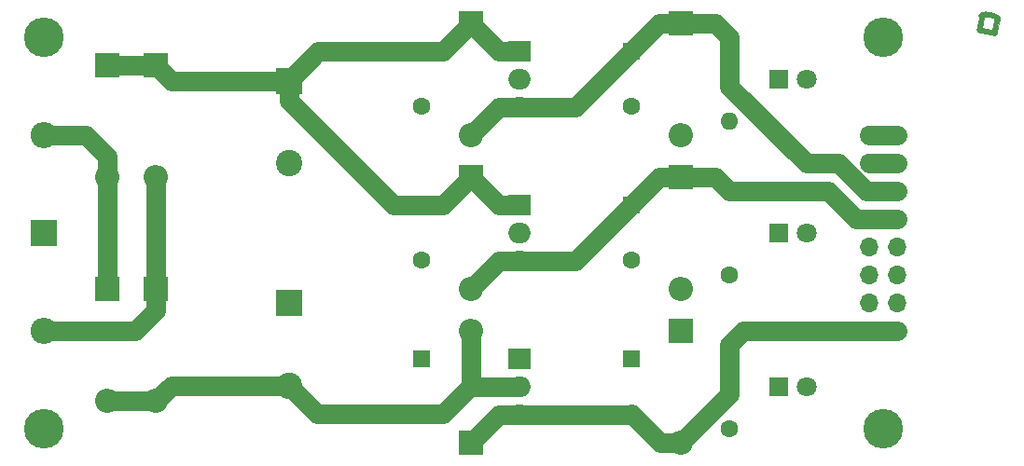
<source format=gbr>
G04 #@! TF.GenerationSoftware,KiCad,Pcbnew,5.1.7-a382d34a8~87~ubuntu16.04.1*
G04 #@! TF.CreationDate,2021-01-02T19:07:06+01:00*
G04 #@! TF.ProjectId,basic-bipolar-input-eurorack-power-supply,62617369-632d-4626-9970-6f6c61722d69,rev?*
G04 #@! TF.SameCoordinates,Original*
G04 #@! TF.FileFunction,Copper,L1,Top*
G04 #@! TF.FilePolarity,Positive*
%FSLAX46Y46*%
G04 Gerber Fmt 4.6, Leading zero omitted, Abs format (unit mm)*
G04 Created by KiCad (PCBNEW 5.1.7-a382d34a8~87~ubuntu16.04.1) date 2021-01-02 19:07:06*
%MOMM*%
%LPD*%
G01*
G04 APERTURE LIST*
G04 #@! TA.AperFunction,EtchedComponent*
%ADD10C,0.010000*%
G04 #@! TD*
G04 #@! TA.AperFunction,ComponentPad*
%ADD11O,2.400000X2.400000*%
G04 #@! TD*
G04 #@! TA.AperFunction,ComponentPad*
%ADD12O,1.700000X1.700000*%
G04 #@! TD*
G04 #@! TA.AperFunction,ComponentPad*
%ADD13R,2.400000X2.400000*%
G04 #@! TD*
G04 #@! TA.AperFunction,ComponentPad*
%ADD14C,2.400000*%
G04 #@! TD*
G04 #@! TA.AperFunction,ComponentPad*
%ADD15O,2.200000X2.200000*%
G04 #@! TD*
G04 #@! TA.AperFunction,ComponentPad*
%ADD16R,2.200000X2.200000*%
G04 #@! TD*
G04 #@! TA.AperFunction,ComponentPad*
%ADD17R,1.800000X1.800000*%
G04 #@! TD*
G04 #@! TA.AperFunction,ComponentPad*
%ADD18C,1.800000*%
G04 #@! TD*
G04 #@! TA.AperFunction,ComponentPad*
%ADD19O,1.600000X1.600000*%
G04 #@! TD*
G04 #@! TA.AperFunction,ComponentPad*
%ADD20C,1.600000*%
G04 #@! TD*
G04 #@! TA.AperFunction,ComponentPad*
%ADD21R,2.000000X1.905000*%
G04 #@! TD*
G04 #@! TA.AperFunction,ComponentPad*
%ADD22O,2.000000X1.905000*%
G04 #@! TD*
G04 #@! TA.AperFunction,ComponentPad*
%ADD23R,1.600000X1.600000*%
G04 #@! TD*
G04 #@! TA.AperFunction,ViaPad*
%ADD24C,3.600000*%
G04 #@! TD*
G04 #@! TA.AperFunction,Conductor*
%ADD25C,1.750000*%
G04 #@! TD*
G04 APERTURE END LIST*
D10*
G36*
X109713349Y-839569D02*
G01*
X109838983Y-851313D01*
X109968376Y-870482D01*
X110099949Y-896970D01*
X110232121Y-930670D01*
X110243815Y-934002D01*
X110356468Y-969404D01*
X110459327Y-1008300D01*
X110556582Y-1052297D01*
X110571138Y-1059532D01*
X110634811Y-1093416D01*
X110688532Y-1126506D01*
X110736043Y-1161416D01*
X110781085Y-1200758D01*
X110801122Y-1220182D01*
X110832793Y-1253167D01*
X110856378Y-1281662D01*
X110874984Y-1309768D01*
X110889316Y-1336642D01*
X110901147Y-1361217D01*
X110908987Y-1380283D01*
X110913658Y-1397938D01*
X110915981Y-1418281D01*
X110916775Y-1445411D01*
X110916861Y-1474226D01*
X110916609Y-1510313D01*
X110915404Y-1536246D01*
X110912569Y-1555982D01*
X110907428Y-1573476D01*
X110899306Y-1592683D01*
X110895060Y-1601752D01*
X110878673Y-1630900D01*
X110856829Y-1662771D01*
X110834704Y-1689946D01*
X110796149Y-1732138D01*
X110687969Y-2277733D01*
X110666333Y-2386479D01*
X110647157Y-2482034D01*
X110630293Y-2565077D01*
X110615595Y-2636286D01*
X110602918Y-2696339D01*
X110592114Y-2745914D01*
X110583037Y-2785690D01*
X110575540Y-2816343D01*
X110569477Y-2838553D01*
X110564702Y-2852998D01*
X110562713Y-2857597D01*
X110536758Y-2896303D01*
X110501377Y-2930466D01*
X110461256Y-2955631D01*
X110458006Y-2957112D01*
X110447596Y-2961663D01*
X110437651Y-2965573D01*
X110427339Y-2968717D01*
X110415825Y-2970971D01*
X110402274Y-2972212D01*
X110385852Y-2972316D01*
X110365724Y-2971159D01*
X110341057Y-2968618D01*
X110311016Y-2964568D01*
X110274766Y-2958886D01*
X110231474Y-2951448D01*
X110180305Y-2942130D01*
X110120424Y-2930809D01*
X110050997Y-2917360D01*
X109971190Y-2901660D01*
X109880169Y-2883585D01*
X109777098Y-2863012D01*
X109661145Y-2839816D01*
X109643333Y-2836252D01*
X109509114Y-2809306D01*
X109388657Y-2784938D01*
X109281855Y-2763125D01*
X109188601Y-2743845D01*
X109108787Y-2727074D01*
X109042307Y-2712790D01*
X108989053Y-2700970D01*
X108948917Y-2691591D01*
X108921793Y-2684631D01*
X108907573Y-2680066D01*
X108907047Y-2679831D01*
X108865827Y-2653240D01*
X108831447Y-2616403D01*
X108805789Y-2572286D01*
X108790738Y-2523853D01*
X108787536Y-2491592D01*
X108788826Y-2479586D01*
X108792694Y-2454877D01*
X108798927Y-2418595D01*
X108807315Y-2371869D01*
X108817648Y-2315828D01*
X108819344Y-2306797D01*
X109260210Y-2306797D01*
X109262624Y-2309429D01*
X109271021Y-2312963D01*
X109286208Y-2317580D01*
X109308990Y-2323458D01*
X109340175Y-2330776D01*
X109380570Y-2339716D01*
X109430980Y-2350455D01*
X109492212Y-2363174D01*
X109565074Y-2378052D01*
X109650372Y-2395269D01*
X109724472Y-2410120D01*
X109803509Y-2425920D01*
X109878463Y-2440898D01*
X109948190Y-2454825D01*
X110011544Y-2467474D01*
X110067381Y-2478614D01*
X110114556Y-2488019D01*
X110151925Y-2495460D01*
X110178343Y-2500709D01*
X110192666Y-2503537D01*
X110194955Y-2503975D01*
X110200679Y-2498914D01*
X110203403Y-2492375D01*
X110205357Y-2483540D01*
X110209827Y-2462011D01*
X110216580Y-2428936D01*
X110225387Y-2385463D01*
X110236016Y-2332739D01*
X110248236Y-2271911D01*
X110261816Y-2204128D01*
X110276525Y-2130536D01*
X110292132Y-2052284D01*
X110303074Y-1997328D01*
X110319279Y-1916321D01*
X110334913Y-1839021D01*
X110349729Y-1766600D01*
X110363478Y-1700228D01*
X110375913Y-1641078D01*
X110386786Y-1590321D01*
X110395851Y-1549127D01*
X110402858Y-1518668D01*
X110407561Y-1500115D01*
X110409278Y-1494970D01*
X110416395Y-1480118D01*
X110419442Y-1471596D01*
X110419444Y-1471522D01*
X110413310Y-1465979D01*
X110396544Y-1456319D01*
X110371602Y-1443703D01*
X110340940Y-1429291D01*
X110307014Y-1414243D01*
X110272279Y-1399720D01*
X110244418Y-1388829D01*
X110124437Y-1349187D01*
X109996038Y-1316761D01*
X109863340Y-1292293D01*
X109730463Y-1276522D01*
X109601525Y-1270187D01*
X109583404Y-1270096D01*
X109536588Y-1270257D01*
X109502076Y-1270919D01*
X109478061Y-1272498D01*
X109462736Y-1275406D01*
X109454293Y-1280061D01*
X109450926Y-1286875D01*
X109450827Y-1296264D01*
X109451252Y-1300425D01*
X109450332Y-1310974D01*
X109446852Y-1334186D01*
X109441028Y-1368887D01*
X109433075Y-1413905D01*
X109423209Y-1468066D01*
X109411644Y-1530197D01*
X109398598Y-1599125D01*
X109384284Y-1673678D01*
X109368918Y-1752682D01*
X109357702Y-1809750D01*
X109341716Y-1890789D01*
X109326522Y-1967893D01*
X109312344Y-2039926D01*
X109299404Y-2105752D01*
X109287925Y-2164235D01*
X109278131Y-2214238D01*
X109270243Y-2254627D01*
X109264485Y-2284264D01*
X109261080Y-2302013D01*
X109260210Y-2306797D01*
X108819344Y-2306797D01*
X108829713Y-2251602D01*
X108843301Y-2180322D01*
X108858201Y-2103116D01*
X108874202Y-2021115D01*
X108891092Y-1935448D01*
X108895150Y-1914994D01*
X109003186Y-1371128D01*
X108984526Y-1324484D01*
X108965718Y-1260547D01*
X108960444Y-1198106D01*
X108968140Y-1138030D01*
X108988242Y-1081189D01*
X109020186Y-1028450D01*
X109063409Y-980684D01*
X109117347Y-938759D01*
X109181437Y-903545D01*
X109255114Y-875910D01*
X109279972Y-868977D01*
X109374784Y-849954D01*
X109479670Y-838783D01*
X109593051Y-835357D01*
X109713349Y-839569D01*
G37*
X109713349Y-839569D02*
X109838983Y-851313D01*
X109968376Y-870482D01*
X110099949Y-896970D01*
X110232121Y-930670D01*
X110243815Y-934002D01*
X110356468Y-969404D01*
X110459327Y-1008300D01*
X110556582Y-1052297D01*
X110571138Y-1059532D01*
X110634811Y-1093416D01*
X110688532Y-1126506D01*
X110736043Y-1161416D01*
X110781085Y-1200758D01*
X110801122Y-1220182D01*
X110832793Y-1253167D01*
X110856378Y-1281662D01*
X110874984Y-1309768D01*
X110889316Y-1336642D01*
X110901147Y-1361217D01*
X110908987Y-1380283D01*
X110913658Y-1397938D01*
X110915981Y-1418281D01*
X110916775Y-1445411D01*
X110916861Y-1474226D01*
X110916609Y-1510313D01*
X110915404Y-1536246D01*
X110912569Y-1555982D01*
X110907428Y-1573476D01*
X110899306Y-1592683D01*
X110895060Y-1601752D01*
X110878673Y-1630900D01*
X110856829Y-1662771D01*
X110834704Y-1689946D01*
X110796149Y-1732138D01*
X110687969Y-2277733D01*
X110666333Y-2386479D01*
X110647157Y-2482034D01*
X110630293Y-2565077D01*
X110615595Y-2636286D01*
X110602918Y-2696339D01*
X110592114Y-2745914D01*
X110583037Y-2785690D01*
X110575540Y-2816343D01*
X110569477Y-2838553D01*
X110564702Y-2852998D01*
X110562713Y-2857597D01*
X110536758Y-2896303D01*
X110501377Y-2930466D01*
X110461256Y-2955631D01*
X110458006Y-2957112D01*
X110447596Y-2961663D01*
X110437651Y-2965573D01*
X110427339Y-2968717D01*
X110415825Y-2970971D01*
X110402274Y-2972212D01*
X110385852Y-2972316D01*
X110365724Y-2971159D01*
X110341057Y-2968618D01*
X110311016Y-2964568D01*
X110274766Y-2958886D01*
X110231474Y-2951448D01*
X110180305Y-2942130D01*
X110120424Y-2930809D01*
X110050997Y-2917360D01*
X109971190Y-2901660D01*
X109880169Y-2883585D01*
X109777098Y-2863012D01*
X109661145Y-2839816D01*
X109643333Y-2836252D01*
X109509114Y-2809306D01*
X109388657Y-2784938D01*
X109281855Y-2763125D01*
X109188601Y-2743845D01*
X109108787Y-2727074D01*
X109042307Y-2712790D01*
X108989053Y-2700970D01*
X108948917Y-2691591D01*
X108921793Y-2684631D01*
X108907573Y-2680066D01*
X108907047Y-2679831D01*
X108865827Y-2653240D01*
X108831447Y-2616403D01*
X108805789Y-2572286D01*
X108790738Y-2523853D01*
X108787536Y-2491592D01*
X108788826Y-2479586D01*
X108792694Y-2454877D01*
X108798927Y-2418595D01*
X108807315Y-2371869D01*
X108817648Y-2315828D01*
X108819344Y-2306797D01*
X109260210Y-2306797D01*
X109262624Y-2309429D01*
X109271021Y-2312963D01*
X109286208Y-2317580D01*
X109308990Y-2323458D01*
X109340175Y-2330776D01*
X109380570Y-2339716D01*
X109430980Y-2350455D01*
X109492212Y-2363174D01*
X109565074Y-2378052D01*
X109650372Y-2395269D01*
X109724472Y-2410120D01*
X109803509Y-2425920D01*
X109878463Y-2440898D01*
X109948190Y-2454825D01*
X110011544Y-2467474D01*
X110067381Y-2478614D01*
X110114556Y-2488019D01*
X110151925Y-2495460D01*
X110178343Y-2500709D01*
X110192666Y-2503537D01*
X110194955Y-2503975D01*
X110200679Y-2498914D01*
X110203403Y-2492375D01*
X110205357Y-2483540D01*
X110209827Y-2462011D01*
X110216580Y-2428936D01*
X110225387Y-2385463D01*
X110236016Y-2332739D01*
X110248236Y-2271911D01*
X110261816Y-2204128D01*
X110276525Y-2130536D01*
X110292132Y-2052284D01*
X110303074Y-1997328D01*
X110319279Y-1916321D01*
X110334913Y-1839021D01*
X110349729Y-1766600D01*
X110363478Y-1700228D01*
X110375913Y-1641078D01*
X110386786Y-1590321D01*
X110395851Y-1549127D01*
X110402858Y-1518668D01*
X110407561Y-1500115D01*
X110409278Y-1494970D01*
X110416395Y-1480118D01*
X110419442Y-1471596D01*
X110419444Y-1471522D01*
X110413310Y-1465979D01*
X110396544Y-1456319D01*
X110371602Y-1443703D01*
X110340940Y-1429291D01*
X110307014Y-1414243D01*
X110272279Y-1399720D01*
X110244418Y-1388829D01*
X110124437Y-1349187D01*
X109996038Y-1316761D01*
X109863340Y-1292293D01*
X109730463Y-1276522D01*
X109601525Y-1270187D01*
X109583404Y-1270096D01*
X109536588Y-1270257D01*
X109502076Y-1270919D01*
X109478061Y-1272498D01*
X109462736Y-1275406D01*
X109454293Y-1280061D01*
X109450926Y-1286875D01*
X109450827Y-1296264D01*
X109451252Y-1300425D01*
X109450332Y-1310974D01*
X109446852Y-1334186D01*
X109441028Y-1368887D01*
X109433075Y-1413905D01*
X109423209Y-1468066D01*
X109411644Y-1530197D01*
X109398598Y-1599125D01*
X109384284Y-1673678D01*
X109368918Y-1752682D01*
X109357702Y-1809750D01*
X109341716Y-1890789D01*
X109326522Y-1967893D01*
X109312344Y-2039926D01*
X109299404Y-2105752D01*
X109287925Y-2164235D01*
X109278131Y-2214238D01*
X109270243Y-2254627D01*
X109264485Y-2284264D01*
X109261080Y-2302013D01*
X109260210Y-2306797D01*
X108819344Y-2306797D01*
X108829713Y-2251602D01*
X108843301Y-2180322D01*
X108858201Y-2103116D01*
X108874202Y-2021115D01*
X108891092Y-1935448D01*
X108895150Y-1914994D01*
X109003186Y-1371128D01*
X108984526Y-1324484D01*
X108965718Y-1260547D01*
X108960444Y-1198106D01*
X108968140Y-1138030D01*
X108988242Y-1081189D01*
X109020186Y-1028450D01*
X109063409Y-980684D01*
X109117347Y-938759D01*
X109181437Y-903545D01*
X109255114Y-875910D01*
X109279972Y-868977D01*
X109374784Y-849954D01*
X109479670Y-838783D01*
X109593051Y-835357D01*
X109713349Y-839569D01*
D11*
X24130000Y-29845000D03*
D12*
X99060000Y-12065000D03*
X101600000Y-12065000D03*
X99060000Y-14605000D03*
X101600000Y-14605000D03*
X99060000Y-17145000D03*
X101600000Y-17145000D03*
X99060000Y-19685000D03*
X101600000Y-19685000D03*
X99060000Y-22225000D03*
X101600000Y-22225000D03*
X99060000Y-24765000D03*
X101600000Y-24765000D03*
X99060000Y-27305000D03*
X101600000Y-27305000D03*
X99060000Y-29845000D03*
X101600000Y-29845000D03*
D11*
X24130000Y-12065000D03*
D13*
X24130000Y-20955000D03*
D14*
X46355000Y-14605000D03*
D13*
X46355000Y-7105000D03*
X46355000Y-27305000D03*
D14*
X46355000Y-34805000D03*
D15*
X29845000Y-15875000D03*
D16*
X29845000Y-5715000D03*
X29845000Y-26035000D03*
D15*
X29845000Y-36195000D03*
D17*
X90805000Y-20955000D03*
D18*
X93345000Y-20955000D03*
D17*
X90805000Y-34925000D03*
D18*
X93345000Y-34925000D03*
X93345000Y-6985000D03*
D17*
X90805000Y-6985000D03*
D19*
X86360000Y-17145000D03*
D20*
X86360000Y-24765000D03*
X86360000Y-38735000D03*
D19*
X86360000Y-31115000D03*
D20*
X86360000Y-3175000D03*
D19*
X86360000Y-10795000D03*
D21*
X67310000Y-18415000D03*
D22*
X67310000Y-20955000D03*
X67310000Y-23495000D03*
D21*
X67310000Y-32385000D03*
D22*
X67310000Y-34925000D03*
X67310000Y-37465000D03*
X67310000Y-9525000D03*
X67310000Y-6985000D03*
D21*
X67310000Y-4445000D03*
D20*
X58420000Y-23415000D03*
D23*
X58420000Y-18415000D03*
X58420000Y-32385000D03*
D20*
X58420000Y-37385000D03*
D23*
X58420000Y-4445000D03*
D20*
X58420000Y-9445000D03*
X77470000Y-23415000D03*
D23*
X77470000Y-18415000D03*
X77470000Y-32385000D03*
D20*
X77470000Y-37385000D03*
X77470000Y-9445000D03*
D23*
X77470000Y-4445000D03*
D15*
X34290000Y-15875000D03*
D16*
X34290000Y-5715000D03*
X34290000Y-26035000D03*
D15*
X34290000Y-36195000D03*
D16*
X81915000Y-15875000D03*
D15*
X81915000Y-26035000D03*
X81915000Y-40005000D03*
D16*
X81915000Y-29845000D03*
X81915000Y-1905000D03*
D15*
X81915000Y-12065000D03*
D16*
X62865000Y-15875000D03*
D15*
X62865000Y-26035000D03*
X62865000Y-29845000D03*
D16*
X62865000Y-40005000D03*
X62865000Y-1905000D03*
D15*
X62865000Y-12065000D03*
D24*
X100330000Y-3175000D03*
X24130000Y-3175000D03*
X24130000Y-38735000D03*
X100330000Y-38735000D03*
D25*
X101600000Y-14605000D02*
X99060000Y-14605000D01*
X99060000Y-12065000D02*
X101600000Y-12065000D01*
X29845000Y-5715000D02*
X34290000Y-5715000D01*
X49015000Y-4445000D02*
X46355000Y-7105000D01*
X58420000Y-4445000D02*
X49015000Y-4445000D01*
X35680000Y-7105000D02*
X34290000Y-5715000D01*
X46355000Y-7105000D02*
X35680000Y-7105000D01*
X46355000Y-7105000D02*
X46475000Y-7105000D01*
X58420000Y-18415000D02*
X55880000Y-18415000D01*
X55880000Y-18415000D02*
X46355000Y-8890000D01*
X46355000Y-8890000D02*
X46355000Y-7105000D01*
X60325000Y-4445000D02*
X62865000Y-1905000D01*
X58420000Y-4445000D02*
X60325000Y-4445000D01*
X60325000Y-18415000D02*
X62865000Y-15875000D01*
X58420000Y-18415000D02*
X60325000Y-18415000D01*
X65405000Y-18415000D02*
X62865000Y-15875000D01*
X67310000Y-18415000D02*
X65405000Y-18415000D01*
X65405000Y-4445000D02*
X62865000Y-1905000D01*
X67310000Y-4445000D02*
X65405000Y-4445000D01*
X29845000Y-36195000D02*
X34290000Y-36195000D01*
X48935000Y-37385000D02*
X46355000Y-34805000D01*
X58420000Y-37385000D02*
X48935000Y-37385000D01*
X35680000Y-34805000D02*
X34290000Y-36195000D01*
X46355000Y-34805000D02*
X35680000Y-34805000D01*
X58420000Y-37385000D02*
X60325000Y-37385000D01*
X62865000Y-34845000D02*
X62865000Y-29845000D01*
X60325000Y-37385000D02*
X62865000Y-34845000D01*
X62945000Y-34925000D02*
X62865000Y-34845000D01*
X67310000Y-34925000D02*
X62945000Y-34925000D01*
X99060000Y-19685000D02*
X97857919Y-19685000D01*
X97857919Y-19685000D02*
X95317919Y-17145000D01*
X101600000Y-19685000D02*
X99060000Y-19685000D01*
X77470000Y-18415000D02*
X72390000Y-23495000D01*
X80010000Y-15875000D02*
X77470000Y-18415000D01*
X81915000Y-15875000D02*
X80010000Y-15875000D01*
X85090000Y-15875000D02*
X81915000Y-15875000D01*
X86360000Y-17145000D02*
X85090000Y-15875000D01*
X86360000Y-17145000D02*
X95317919Y-17145000D01*
X65405000Y-23495000D02*
X62865000Y-26035000D01*
X67310000Y-23495000D02*
X65405000Y-23495000D01*
X67310000Y-23495000D02*
X72390000Y-23495000D01*
X101600000Y-29845000D02*
X99060000Y-29845000D01*
X80090000Y-40005000D02*
X77470000Y-37385000D01*
X81915000Y-40005000D02*
X80090000Y-40005000D01*
X86360000Y-35560000D02*
X81915000Y-40005000D01*
X86360000Y-31115000D02*
X86360000Y-35560000D01*
X87630000Y-29845000D02*
X86360000Y-31115000D01*
X99060000Y-29845000D02*
X87630000Y-29845000D01*
X65405000Y-37465000D02*
X62865000Y-40005000D01*
X67310000Y-37465000D02*
X65405000Y-37465000D01*
X77390000Y-37465000D02*
X77470000Y-37385000D01*
X67310000Y-37465000D02*
X77390000Y-37465000D01*
X101600000Y-17145000D02*
X99060000Y-17145000D01*
X77470000Y-4445000D02*
X72390000Y-9525000D01*
X80010000Y-1905000D02*
X77470000Y-4445000D01*
X81915000Y-1905000D02*
X80010000Y-1905000D01*
X85090000Y-1905000D02*
X81915000Y-1905000D01*
X86360000Y-3175000D02*
X85090000Y-1905000D01*
X98750998Y-17145000D02*
X99060000Y-17145000D01*
X86360000Y-3175000D02*
X86360000Y-7620000D01*
X86360000Y-7620000D02*
X93345000Y-14605000D01*
X93345000Y-14605000D02*
X96210998Y-14605000D01*
X96210998Y-14605000D02*
X98750998Y-17145000D01*
X65405000Y-9525000D02*
X62865000Y-12065000D01*
X67310000Y-9525000D02*
X65405000Y-9525000D01*
X67310000Y-9525000D02*
X72390000Y-9525000D01*
X29845000Y-26035000D02*
X29845000Y-15875000D01*
X27940000Y-12065000D02*
X24130000Y-12065000D01*
X29845000Y-13970000D02*
X27940000Y-12065000D01*
X29845000Y-15875000D02*
X29845000Y-13970000D01*
X34290000Y-15875000D02*
X34290000Y-26035000D01*
X34290000Y-26035000D02*
X34290000Y-27940000D01*
X34290000Y-27940000D02*
X32385000Y-29845000D01*
X32385000Y-29845000D02*
X24130000Y-29845000D01*
M02*

</source>
